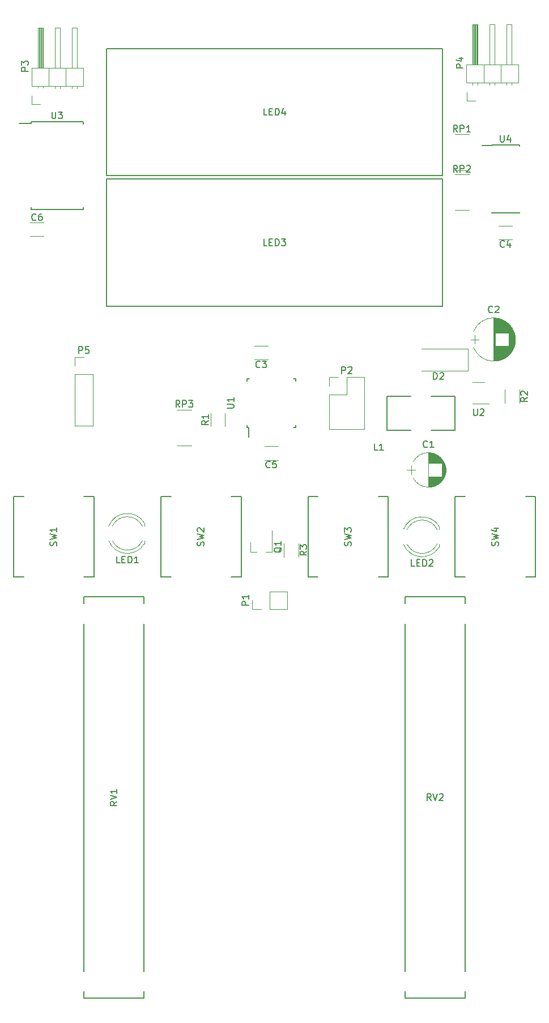
<source format=gto>
G04 #@! TF.FileFunction,Legend,Top*
%FSLAX46Y46*%
G04 Gerber Fmt 4.6, Leading zero omitted, Abs format (unit mm)*
G04 Created by KiCad (PCBNEW 4.0.4-stable) date Saturday, September 23, 2017 'PMt' 01:19:15 PM*
%MOMM*%
%LPD*%
G01*
G04 APERTURE LIST*
%ADD10C,0.100000*%
%ADD11C,0.150000*%
%ADD12C,0.120000*%
G04 APERTURE END LIST*
D10*
D11*
X60500000Y-112000000D02*
X59000000Y-112000000D01*
X60500000Y-124000000D02*
X59000000Y-124000000D01*
X48500000Y-124000000D02*
X50000000Y-124000000D01*
X48500000Y-112000000D02*
X50000000Y-112000000D01*
X60500000Y-124000000D02*
X60500000Y-112000000D01*
X48500000Y-124000000D02*
X48500000Y-112000000D01*
D12*
X112805722Y-106820277D02*
G75*
G03X108194420Y-106820000I-2305722J-1179723D01*
G01*
X112805722Y-109179723D02*
G75*
G02X108194420Y-109180000I-2305722J1179723D01*
G01*
X112805722Y-109179723D02*
G75*
G03X112805580Y-106820000I-2305722J1179723D01*
G01*
X110500000Y-105450000D02*
X110500000Y-110550000D01*
X110540000Y-105450000D02*
X110540000Y-107020000D01*
X110540000Y-108980000D02*
X110540000Y-110550000D01*
X110580000Y-105451000D02*
X110580000Y-107020000D01*
X110580000Y-108980000D02*
X110580000Y-110549000D01*
X110620000Y-105452000D02*
X110620000Y-107020000D01*
X110620000Y-108980000D02*
X110620000Y-110548000D01*
X110660000Y-105454000D02*
X110660000Y-107020000D01*
X110660000Y-108980000D02*
X110660000Y-110546000D01*
X110700000Y-105457000D02*
X110700000Y-107020000D01*
X110700000Y-108980000D02*
X110700000Y-110543000D01*
X110740000Y-105461000D02*
X110740000Y-107020000D01*
X110740000Y-108980000D02*
X110740000Y-110539000D01*
X110780000Y-105465000D02*
X110780000Y-107020000D01*
X110780000Y-108980000D02*
X110780000Y-110535000D01*
X110820000Y-105469000D02*
X110820000Y-107020000D01*
X110820000Y-108980000D02*
X110820000Y-110531000D01*
X110860000Y-105475000D02*
X110860000Y-107020000D01*
X110860000Y-108980000D02*
X110860000Y-110525000D01*
X110900000Y-105481000D02*
X110900000Y-107020000D01*
X110900000Y-108980000D02*
X110900000Y-110519000D01*
X110940000Y-105487000D02*
X110940000Y-107020000D01*
X110940000Y-108980000D02*
X110940000Y-110513000D01*
X110980000Y-105494000D02*
X110980000Y-107020000D01*
X110980000Y-108980000D02*
X110980000Y-110506000D01*
X111020000Y-105502000D02*
X111020000Y-107020000D01*
X111020000Y-108980000D02*
X111020000Y-110498000D01*
X111060000Y-105511000D02*
X111060000Y-107020000D01*
X111060000Y-108980000D02*
X111060000Y-110489000D01*
X111100000Y-105520000D02*
X111100000Y-107020000D01*
X111100000Y-108980000D02*
X111100000Y-110480000D01*
X111140000Y-105530000D02*
X111140000Y-107020000D01*
X111140000Y-108980000D02*
X111140000Y-110470000D01*
X111180000Y-105540000D02*
X111180000Y-107020000D01*
X111180000Y-108980000D02*
X111180000Y-110460000D01*
X111221000Y-105552000D02*
X111221000Y-107020000D01*
X111221000Y-108980000D02*
X111221000Y-110448000D01*
X111261000Y-105564000D02*
X111261000Y-107020000D01*
X111261000Y-108980000D02*
X111261000Y-110436000D01*
X111301000Y-105576000D02*
X111301000Y-107020000D01*
X111301000Y-108980000D02*
X111301000Y-110424000D01*
X111341000Y-105590000D02*
X111341000Y-107020000D01*
X111341000Y-108980000D02*
X111341000Y-110410000D01*
X111381000Y-105604000D02*
X111381000Y-107020000D01*
X111381000Y-108980000D02*
X111381000Y-110396000D01*
X111421000Y-105618000D02*
X111421000Y-107020000D01*
X111421000Y-108980000D02*
X111421000Y-110382000D01*
X111461000Y-105634000D02*
X111461000Y-107020000D01*
X111461000Y-108980000D02*
X111461000Y-110366000D01*
X111501000Y-105650000D02*
X111501000Y-107020000D01*
X111501000Y-108980000D02*
X111501000Y-110350000D01*
X111541000Y-105667000D02*
X111541000Y-107020000D01*
X111541000Y-108980000D02*
X111541000Y-110333000D01*
X111581000Y-105685000D02*
X111581000Y-107020000D01*
X111581000Y-108980000D02*
X111581000Y-110315000D01*
X111621000Y-105704000D02*
X111621000Y-107020000D01*
X111621000Y-108980000D02*
X111621000Y-110296000D01*
X111661000Y-105724000D02*
X111661000Y-107020000D01*
X111661000Y-108980000D02*
X111661000Y-110276000D01*
X111701000Y-105744000D02*
X111701000Y-107020000D01*
X111701000Y-108980000D02*
X111701000Y-110256000D01*
X111741000Y-105766000D02*
X111741000Y-107020000D01*
X111741000Y-108980000D02*
X111741000Y-110234000D01*
X111781000Y-105788000D02*
X111781000Y-107020000D01*
X111781000Y-108980000D02*
X111781000Y-110212000D01*
X111821000Y-105811000D02*
X111821000Y-107020000D01*
X111821000Y-108980000D02*
X111821000Y-110189000D01*
X111861000Y-105835000D02*
X111861000Y-107020000D01*
X111861000Y-108980000D02*
X111861000Y-110165000D01*
X111901000Y-105860000D02*
X111901000Y-107020000D01*
X111901000Y-108980000D02*
X111901000Y-110140000D01*
X111941000Y-105887000D02*
X111941000Y-107020000D01*
X111941000Y-108980000D02*
X111941000Y-110113000D01*
X111981000Y-105914000D02*
X111981000Y-107020000D01*
X111981000Y-108980000D02*
X111981000Y-110086000D01*
X112021000Y-105942000D02*
X112021000Y-107020000D01*
X112021000Y-108980000D02*
X112021000Y-110058000D01*
X112061000Y-105972000D02*
X112061000Y-107020000D01*
X112061000Y-108980000D02*
X112061000Y-110028000D01*
X112101000Y-106003000D02*
X112101000Y-107020000D01*
X112101000Y-108980000D02*
X112101000Y-109997000D01*
X112141000Y-106035000D02*
X112141000Y-107020000D01*
X112141000Y-108980000D02*
X112141000Y-109965000D01*
X112181000Y-106068000D02*
X112181000Y-107020000D01*
X112181000Y-108980000D02*
X112181000Y-109932000D01*
X112221000Y-106103000D02*
X112221000Y-107020000D01*
X112221000Y-108980000D02*
X112221000Y-109897000D01*
X112261000Y-106139000D02*
X112261000Y-107020000D01*
X112261000Y-108980000D02*
X112261000Y-109861000D01*
X112301000Y-106177000D02*
X112301000Y-107020000D01*
X112301000Y-108980000D02*
X112301000Y-109823000D01*
X112341000Y-106217000D02*
X112341000Y-107020000D01*
X112341000Y-108980000D02*
X112341000Y-109783000D01*
X112381000Y-106258000D02*
X112381000Y-107020000D01*
X112381000Y-108980000D02*
X112381000Y-109742000D01*
X112421000Y-106301000D02*
X112421000Y-107020000D01*
X112421000Y-108980000D02*
X112421000Y-109699000D01*
X112461000Y-106346000D02*
X112461000Y-107020000D01*
X112461000Y-108980000D02*
X112461000Y-109654000D01*
X112501000Y-106394000D02*
X112501000Y-109606000D01*
X112541000Y-106444000D02*
X112541000Y-109556000D01*
X112581000Y-106496000D02*
X112581000Y-109504000D01*
X112621000Y-106552000D02*
X112621000Y-109448000D01*
X112661000Y-106610000D02*
X112661000Y-109390000D01*
X112701000Y-106673000D02*
X112701000Y-109327000D01*
X112741000Y-106739000D02*
X112741000Y-109261000D01*
X112781000Y-106811000D02*
X112781000Y-109189000D01*
X112821000Y-106888000D02*
X112821000Y-109112000D01*
X112861000Y-106972000D02*
X112861000Y-109028000D01*
X112901000Y-107066000D02*
X112901000Y-108934000D01*
X112941000Y-107171000D02*
X112941000Y-108829000D01*
X112981000Y-107293000D02*
X112981000Y-108707000D01*
X113021000Y-107441000D02*
X113021000Y-108559000D01*
X113061000Y-107646000D02*
X113061000Y-108354000D01*
X107300000Y-108000000D02*
X108500000Y-108000000D01*
X107900000Y-107350000D02*
X107900000Y-108650000D01*
X123267820Y-87320864D02*
G75*
G03X117232518Y-87320000I-3017820J-1179136D01*
G01*
X123267820Y-89679136D02*
G75*
G02X117232518Y-89680000I-3017820J1179136D01*
G01*
X123267820Y-89679136D02*
G75*
G03X123267482Y-87320000I-3017820J1179136D01*
G01*
X120250000Y-85300000D02*
X120250000Y-91700000D01*
X120290000Y-85300000D02*
X120290000Y-91700000D01*
X120330000Y-85300000D02*
X120330000Y-91700000D01*
X120370000Y-85302000D02*
X120370000Y-91698000D01*
X120410000Y-85303000D02*
X120410000Y-91697000D01*
X120450000Y-85306000D02*
X120450000Y-91694000D01*
X120490000Y-85308000D02*
X120490000Y-91692000D01*
X120530000Y-85312000D02*
X120530000Y-87520000D01*
X120530000Y-89480000D02*
X120530000Y-91688000D01*
X120570000Y-85315000D02*
X120570000Y-87520000D01*
X120570000Y-89480000D02*
X120570000Y-91685000D01*
X120610000Y-85320000D02*
X120610000Y-87520000D01*
X120610000Y-89480000D02*
X120610000Y-91680000D01*
X120650000Y-85324000D02*
X120650000Y-87520000D01*
X120650000Y-89480000D02*
X120650000Y-91676000D01*
X120690000Y-85330000D02*
X120690000Y-87520000D01*
X120690000Y-89480000D02*
X120690000Y-91670000D01*
X120730000Y-85335000D02*
X120730000Y-87520000D01*
X120730000Y-89480000D02*
X120730000Y-91665000D01*
X120770000Y-85342000D02*
X120770000Y-87520000D01*
X120770000Y-89480000D02*
X120770000Y-91658000D01*
X120810000Y-85348000D02*
X120810000Y-87520000D01*
X120810000Y-89480000D02*
X120810000Y-91652000D01*
X120850000Y-85356000D02*
X120850000Y-87520000D01*
X120850000Y-89480000D02*
X120850000Y-91644000D01*
X120890000Y-85363000D02*
X120890000Y-87520000D01*
X120890000Y-89480000D02*
X120890000Y-91637000D01*
X120930000Y-85372000D02*
X120930000Y-87520000D01*
X120930000Y-89480000D02*
X120930000Y-91628000D01*
X120971000Y-85381000D02*
X120971000Y-87520000D01*
X120971000Y-89480000D02*
X120971000Y-91619000D01*
X121011000Y-85390000D02*
X121011000Y-87520000D01*
X121011000Y-89480000D02*
X121011000Y-91610000D01*
X121051000Y-85400000D02*
X121051000Y-87520000D01*
X121051000Y-89480000D02*
X121051000Y-91600000D01*
X121091000Y-85410000D02*
X121091000Y-87520000D01*
X121091000Y-89480000D02*
X121091000Y-91590000D01*
X121131000Y-85421000D02*
X121131000Y-87520000D01*
X121131000Y-89480000D02*
X121131000Y-91579000D01*
X121171000Y-85433000D02*
X121171000Y-87520000D01*
X121171000Y-89480000D02*
X121171000Y-91567000D01*
X121211000Y-85445000D02*
X121211000Y-87520000D01*
X121211000Y-89480000D02*
X121211000Y-91555000D01*
X121251000Y-85458000D02*
X121251000Y-87520000D01*
X121251000Y-89480000D02*
X121251000Y-91542000D01*
X121291000Y-85471000D02*
X121291000Y-87520000D01*
X121291000Y-89480000D02*
X121291000Y-91529000D01*
X121331000Y-85485000D02*
X121331000Y-87520000D01*
X121331000Y-89480000D02*
X121331000Y-91515000D01*
X121371000Y-85499000D02*
X121371000Y-87520000D01*
X121371000Y-89480000D02*
X121371000Y-91501000D01*
X121411000Y-85514000D02*
X121411000Y-87520000D01*
X121411000Y-89480000D02*
X121411000Y-91486000D01*
X121451000Y-85530000D02*
X121451000Y-87520000D01*
X121451000Y-89480000D02*
X121451000Y-91470000D01*
X121491000Y-85546000D02*
X121491000Y-87520000D01*
X121491000Y-89480000D02*
X121491000Y-91454000D01*
X121531000Y-85563000D02*
X121531000Y-87520000D01*
X121531000Y-89480000D02*
X121531000Y-91437000D01*
X121571000Y-85581000D02*
X121571000Y-87520000D01*
X121571000Y-89480000D02*
X121571000Y-91419000D01*
X121611000Y-85599000D02*
X121611000Y-87520000D01*
X121611000Y-89480000D02*
X121611000Y-91401000D01*
X121651000Y-85618000D02*
X121651000Y-87520000D01*
X121651000Y-89480000D02*
X121651000Y-91382000D01*
X121691000Y-85637000D02*
X121691000Y-87520000D01*
X121691000Y-89480000D02*
X121691000Y-91363000D01*
X121731000Y-85657000D02*
X121731000Y-87520000D01*
X121731000Y-89480000D02*
X121731000Y-91343000D01*
X121771000Y-85678000D02*
X121771000Y-87520000D01*
X121771000Y-89480000D02*
X121771000Y-91322000D01*
X121811000Y-85700000D02*
X121811000Y-87520000D01*
X121811000Y-89480000D02*
X121811000Y-91300000D01*
X121851000Y-85722000D02*
X121851000Y-87520000D01*
X121851000Y-89480000D02*
X121851000Y-91278000D01*
X121891000Y-85745000D02*
X121891000Y-87520000D01*
X121891000Y-89480000D02*
X121891000Y-91255000D01*
X121931000Y-85769000D02*
X121931000Y-87520000D01*
X121931000Y-89480000D02*
X121931000Y-91231000D01*
X121971000Y-85794000D02*
X121971000Y-87520000D01*
X121971000Y-89480000D02*
X121971000Y-91206000D01*
X122011000Y-85819000D02*
X122011000Y-87520000D01*
X122011000Y-89480000D02*
X122011000Y-91181000D01*
X122051000Y-85846000D02*
X122051000Y-87520000D01*
X122051000Y-89480000D02*
X122051000Y-91154000D01*
X122091000Y-85873000D02*
X122091000Y-87520000D01*
X122091000Y-89480000D02*
X122091000Y-91127000D01*
X122131000Y-85901000D02*
X122131000Y-87520000D01*
X122131000Y-89480000D02*
X122131000Y-91099000D01*
X122171000Y-85930000D02*
X122171000Y-87520000D01*
X122171000Y-89480000D02*
X122171000Y-91070000D01*
X122211000Y-85960000D02*
X122211000Y-87520000D01*
X122211000Y-89480000D02*
X122211000Y-91040000D01*
X122251000Y-85990000D02*
X122251000Y-87520000D01*
X122251000Y-89480000D02*
X122251000Y-91010000D01*
X122291000Y-86022000D02*
X122291000Y-87520000D01*
X122291000Y-89480000D02*
X122291000Y-90978000D01*
X122331000Y-86055000D02*
X122331000Y-87520000D01*
X122331000Y-89480000D02*
X122331000Y-90945000D01*
X122371000Y-86089000D02*
X122371000Y-87520000D01*
X122371000Y-89480000D02*
X122371000Y-90911000D01*
X122411000Y-86125000D02*
X122411000Y-87520000D01*
X122411000Y-89480000D02*
X122411000Y-90875000D01*
X122451000Y-86161000D02*
X122451000Y-87520000D01*
X122451000Y-89480000D02*
X122451000Y-90839000D01*
X122491000Y-86199000D02*
X122491000Y-90801000D01*
X122531000Y-86238000D02*
X122531000Y-90762000D01*
X122571000Y-86278000D02*
X122571000Y-90722000D01*
X122611000Y-86320000D02*
X122611000Y-90680000D01*
X122651000Y-86363000D02*
X122651000Y-90637000D01*
X122691000Y-86408000D02*
X122691000Y-90592000D01*
X122731000Y-86455000D02*
X122731000Y-90545000D01*
X122771000Y-86503000D02*
X122771000Y-90497000D01*
X122811000Y-86554000D02*
X122811000Y-90446000D01*
X122851000Y-86606000D02*
X122851000Y-90394000D01*
X122891000Y-86661000D02*
X122891000Y-90339000D01*
X122931000Y-86719000D02*
X122931000Y-90281000D01*
X122971000Y-86779000D02*
X122971000Y-90221000D01*
X123011000Y-86842000D02*
X123011000Y-90158000D01*
X123051000Y-86909000D02*
X123051000Y-90091000D01*
X123091000Y-86980000D02*
X123091000Y-90020000D01*
X123131000Y-87055000D02*
X123131000Y-89945000D01*
X123171000Y-87136000D02*
X123171000Y-89864000D01*
X123211000Y-87222000D02*
X123211000Y-89778000D01*
X123251000Y-87316000D02*
X123251000Y-89684000D01*
X123291000Y-87419000D02*
X123291000Y-89581000D01*
X123331000Y-87534000D02*
X123331000Y-89466000D01*
X123371000Y-87666000D02*
X123371000Y-89334000D01*
X123411000Y-87824000D02*
X123411000Y-89176000D01*
X123451000Y-88032000D02*
X123451000Y-88968000D01*
X116800000Y-88500000D02*
X118000000Y-88500000D01*
X117400000Y-87850000D02*
X117400000Y-89150000D01*
X84500000Y-91520000D02*
X86500000Y-91520000D01*
X86500000Y-89480000D02*
X84500000Y-89480000D01*
X121000000Y-73520000D02*
X123000000Y-73520000D01*
X123000000Y-71480000D02*
X121000000Y-71480000D01*
X86000000Y-106520000D02*
X88000000Y-106520000D01*
X88000000Y-104480000D02*
X86000000Y-104480000D01*
X116400000Y-93150000D02*
X116400000Y-89850000D01*
X116400000Y-89850000D02*
X109500000Y-89850000D01*
X116400000Y-93150000D02*
X109500000Y-93150000D01*
D11*
X114500000Y-97000000D02*
X110944000Y-97000000D01*
X114500000Y-102080000D02*
X110944000Y-102080000D01*
X106880000Y-97000000D02*
X107896000Y-97000000D01*
X106880000Y-102080000D02*
X107896000Y-102080000D01*
X104340000Y-97000000D02*
X106880000Y-97000000D01*
X104340000Y-102080000D02*
X106880000Y-102080000D01*
X104340000Y-97000000D02*
X104340000Y-102080000D01*
X114500000Y-102080000D02*
X114500000Y-97000000D01*
D12*
X62712185Y-118580827D02*
G75*
G03X68060000Y-119044830I2787815J1080827D01*
G01*
X62712185Y-116419173D02*
G75*
G02X68060000Y-115955170I2787815J-1080827D01*
G01*
X63245521Y-118580429D02*
G75*
G03X67754684Y-118580000I2254479J1080429D01*
G01*
X63245521Y-116419571D02*
G75*
G02X67754684Y-116420000I2254479J-1080429D01*
G01*
X68060000Y-119045000D02*
X68060000Y-118580000D01*
X68060000Y-116420000D02*
X68060000Y-115955000D01*
X106752185Y-119080827D02*
G75*
G03X112100000Y-119544830I2787815J1080827D01*
G01*
X106752185Y-116919173D02*
G75*
G02X112100000Y-116455170I2787815J-1080827D01*
G01*
X107285521Y-119080429D02*
G75*
G03X111794684Y-119080000I2254479J1080429D01*
G01*
X107285521Y-116919571D02*
G75*
G02X111794684Y-116920000I2254479J-1080429D01*
G01*
X112100000Y-119545000D02*
X112100000Y-119080000D01*
X112100000Y-116920000D02*
X112100000Y-116455000D01*
D11*
X112600000Y-64500000D02*
X112600000Y-83500000D01*
X62400000Y-64500000D02*
X62400000Y-83500000D01*
X62400000Y-64500000D02*
X112600000Y-64500000D01*
X62400000Y-83500000D02*
X112600000Y-83500000D01*
X112600000Y-45000000D02*
X112600000Y-64000000D01*
X62400000Y-45000000D02*
X62400000Y-64000000D01*
X62400000Y-45000000D02*
X112600000Y-45000000D01*
X62400000Y-64000000D02*
X112600000Y-64000000D01*
D12*
X89370000Y-128830000D02*
X89370000Y-126170000D01*
X86770000Y-128830000D02*
X89370000Y-128830000D01*
X86770000Y-126170000D02*
X89370000Y-126170000D01*
X86770000Y-128830000D02*
X86770000Y-126170000D01*
X85500000Y-128830000D02*
X84170000Y-128830000D01*
X84170000Y-128830000D02*
X84170000Y-127500000D01*
X95670000Y-101870000D02*
X100870000Y-101870000D01*
X95670000Y-96730000D02*
X95670000Y-101870000D01*
X100870000Y-94130000D02*
X100870000Y-101870000D01*
X95670000Y-96730000D02*
X98270000Y-96730000D01*
X98270000Y-96730000D02*
X98270000Y-94130000D01*
X98270000Y-94130000D02*
X100870000Y-94130000D01*
X95670000Y-95460000D02*
X95670000Y-94130000D01*
X95670000Y-94130000D02*
X97000000Y-94130000D01*
X51170000Y-50560000D02*
X58910000Y-50560000D01*
X58910000Y-50560000D02*
X58910000Y-47900000D01*
X58910000Y-47900000D02*
X51170000Y-47900000D01*
X51170000Y-47900000D02*
X51170000Y-50560000D01*
X52120000Y-47900000D02*
X52120000Y-41900000D01*
X52120000Y-41900000D02*
X52880000Y-41900000D01*
X52880000Y-41900000D02*
X52880000Y-47900000D01*
X52180000Y-47900000D02*
X52180000Y-41900000D01*
X52300000Y-47900000D02*
X52300000Y-41900000D01*
X52420000Y-47900000D02*
X52420000Y-41900000D01*
X52540000Y-47900000D02*
X52540000Y-41900000D01*
X52660000Y-47900000D02*
X52660000Y-41900000D01*
X52780000Y-47900000D02*
X52780000Y-41900000D01*
X52120000Y-50890000D02*
X52120000Y-50560000D01*
X52880000Y-50890000D02*
X52880000Y-50560000D01*
X53770000Y-50560000D02*
X53770000Y-47900000D01*
X54660000Y-47900000D02*
X54660000Y-41900000D01*
X54660000Y-41900000D02*
X55420000Y-41900000D01*
X55420000Y-41900000D02*
X55420000Y-47900000D01*
X54660000Y-50957071D02*
X54660000Y-50560000D01*
X55420000Y-50957071D02*
X55420000Y-50560000D01*
X56310000Y-50560000D02*
X56310000Y-47900000D01*
X57200000Y-47900000D02*
X57200000Y-41900000D01*
X57200000Y-41900000D02*
X57960000Y-41900000D01*
X57960000Y-41900000D02*
X57960000Y-47900000D01*
X57200000Y-50957071D02*
X57200000Y-50560000D01*
X57960000Y-50957071D02*
X57960000Y-50560000D01*
X52500000Y-53270000D02*
X51230000Y-53270000D01*
X51230000Y-53270000D02*
X51230000Y-52000000D01*
X116170000Y-50060000D02*
X123910000Y-50060000D01*
X123910000Y-50060000D02*
X123910000Y-47400000D01*
X123910000Y-47400000D02*
X116170000Y-47400000D01*
X116170000Y-47400000D02*
X116170000Y-50060000D01*
X117120000Y-47400000D02*
X117120000Y-41400000D01*
X117120000Y-41400000D02*
X117880000Y-41400000D01*
X117880000Y-41400000D02*
X117880000Y-47400000D01*
X117180000Y-47400000D02*
X117180000Y-41400000D01*
X117300000Y-47400000D02*
X117300000Y-41400000D01*
X117420000Y-47400000D02*
X117420000Y-41400000D01*
X117540000Y-47400000D02*
X117540000Y-41400000D01*
X117660000Y-47400000D02*
X117660000Y-41400000D01*
X117780000Y-47400000D02*
X117780000Y-41400000D01*
X117120000Y-50390000D02*
X117120000Y-50060000D01*
X117880000Y-50390000D02*
X117880000Y-50060000D01*
X118770000Y-50060000D02*
X118770000Y-47400000D01*
X119660000Y-47400000D02*
X119660000Y-41400000D01*
X119660000Y-41400000D02*
X120420000Y-41400000D01*
X120420000Y-41400000D02*
X120420000Y-47400000D01*
X119660000Y-50457071D02*
X119660000Y-50060000D01*
X120420000Y-50457071D02*
X120420000Y-50060000D01*
X121310000Y-50060000D02*
X121310000Y-47400000D01*
X122200000Y-47400000D02*
X122200000Y-41400000D01*
X122200000Y-41400000D02*
X122960000Y-41400000D01*
X122960000Y-41400000D02*
X122960000Y-47400000D01*
X122200000Y-50457071D02*
X122200000Y-50060000D01*
X122960000Y-50457071D02*
X122960000Y-50060000D01*
X117500000Y-52770000D02*
X116230000Y-52770000D01*
X116230000Y-52770000D02*
X116230000Y-51500000D01*
X57670000Y-101410000D02*
X60330000Y-101410000D01*
X57670000Y-93730000D02*
X57670000Y-101410000D01*
X60330000Y-93730000D02*
X60330000Y-101410000D01*
X57670000Y-93730000D02*
X60330000Y-93730000D01*
X57670000Y-92460000D02*
X57670000Y-91130000D01*
X57670000Y-91130000D02*
X59000000Y-91130000D01*
X83920000Y-120260000D02*
X84850000Y-120260000D01*
X87080000Y-120260000D02*
X86150000Y-120260000D01*
X87080000Y-120260000D02*
X87080000Y-117100000D01*
X83920000Y-120260000D02*
X83920000Y-118800000D01*
X80070000Y-99500000D02*
X80070000Y-101500000D01*
X77930000Y-101500000D02*
X77930000Y-99500000D01*
X121930000Y-98000000D02*
X121930000Y-96000000D01*
X124070000Y-96000000D02*
X124070000Y-98000000D01*
X88930000Y-121000000D02*
X88930000Y-119000000D01*
X91070000Y-119000000D02*
X91070000Y-121000000D01*
X116550000Y-63170000D02*
X114450000Y-63170000D01*
X116550000Y-57830000D02*
X114450000Y-57830000D01*
X116550000Y-69170000D02*
X114450000Y-69170000D01*
X116550000Y-63830000D02*
X114450000Y-63830000D01*
X75050000Y-104330000D02*
X72950000Y-104330000D01*
X75050000Y-98990000D02*
X72950000Y-98990000D01*
D11*
X59000000Y-186000000D02*
X59000000Y-187000000D01*
X59000000Y-131000000D02*
X59000000Y-183000000D01*
X59000000Y-127000000D02*
X59000000Y-128000000D01*
X68000000Y-127000000D02*
X59000000Y-127000000D01*
X68000000Y-128000000D02*
X68000000Y-127000000D01*
X68000000Y-187000000D02*
X68000000Y-186000000D01*
X68000000Y-183000000D02*
X68000000Y-131000000D01*
X68000000Y-187000000D02*
X59000000Y-187000000D01*
X107000000Y-186000000D02*
X107000000Y-187000000D01*
X107000000Y-131000000D02*
X107000000Y-183000000D01*
X107000000Y-127000000D02*
X107000000Y-128000000D01*
X116000000Y-127000000D02*
X107000000Y-127000000D01*
X116000000Y-128000000D02*
X116000000Y-127000000D01*
X116000000Y-187000000D02*
X116000000Y-186000000D01*
X116000000Y-183000000D02*
X116000000Y-131000000D01*
X116000000Y-187000000D02*
X107000000Y-187000000D01*
X83375000Y-101625000D02*
X83600000Y-101625000D01*
X83375000Y-94375000D02*
X83700000Y-94375000D01*
X90625000Y-94375000D02*
X90300000Y-94375000D01*
X90625000Y-101625000D02*
X90300000Y-101625000D01*
X83375000Y-101625000D02*
X83375000Y-101300000D01*
X90625000Y-101625000D02*
X90625000Y-101300000D01*
X90625000Y-94375000D02*
X90625000Y-94700000D01*
X83375000Y-94375000D02*
X83375000Y-94700000D01*
X83600000Y-101625000D02*
X83600000Y-103050000D01*
D12*
X118900000Y-94890000D02*
X117100000Y-94890000D01*
X117100000Y-98110000D02*
X119550000Y-98110000D01*
D11*
X51125000Y-55925000D02*
X51125000Y-56175000D01*
X58875000Y-55925000D02*
X58875000Y-56260000D01*
X58875000Y-69075000D02*
X58875000Y-68740000D01*
X51125000Y-69075000D02*
X51125000Y-68740000D01*
X51125000Y-55925000D02*
X58875000Y-55925000D01*
X51125000Y-69075000D02*
X58875000Y-69075000D01*
X51125000Y-56175000D02*
X49325000Y-56175000D01*
X119925000Y-59425000D02*
X119925000Y-59450000D01*
X124075000Y-59425000D02*
X124075000Y-59530000D01*
X124075000Y-69575000D02*
X124075000Y-69470000D01*
X119925000Y-69575000D02*
X119925000Y-69470000D01*
X119925000Y-59425000D02*
X124075000Y-59425000D01*
X119925000Y-69575000D02*
X124075000Y-69575000D01*
X119925000Y-59450000D02*
X118550000Y-59450000D01*
X82500000Y-112000000D02*
X81000000Y-112000000D01*
X82500000Y-124000000D02*
X81000000Y-124000000D01*
X70500000Y-124000000D02*
X72000000Y-124000000D01*
X70500000Y-112000000D02*
X72000000Y-112000000D01*
X82500000Y-124000000D02*
X82500000Y-112000000D01*
X70500000Y-124000000D02*
X70500000Y-112000000D01*
X104500000Y-112000000D02*
X103000000Y-112000000D01*
X104500000Y-124000000D02*
X103000000Y-124000000D01*
X92500000Y-124000000D02*
X94000000Y-124000000D01*
X92500000Y-112000000D02*
X94000000Y-112000000D01*
X104500000Y-124000000D02*
X104500000Y-112000000D01*
X92500000Y-124000000D02*
X92500000Y-112000000D01*
X126500000Y-112000000D02*
X125000000Y-112000000D01*
X126500000Y-124000000D02*
X125000000Y-124000000D01*
X114500000Y-124000000D02*
X116000000Y-124000000D01*
X114500000Y-112000000D02*
X116000000Y-112000000D01*
X126500000Y-124000000D02*
X126500000Y-112000000D01*
X114500000Y-124000000D02*
X114500000Y-112000000D01*
D12*
X53000000Y-70980000D02*
X51000000Y-70980000D01*
X51000000Y-73020000D02*
X53000000Y-73020000D01*
D11*
X54904762Y-119333333D02*
X54952381Y-119190476D01*
X54952381Y-118952380D01*
X54904762Y-118857142D01*
X54857143Y-118809523D01*
X54761905Y-118761904D01*
X54666667Y-118761904D01*
X54571429Y-118809523D01*
X54523810Y-118857142D01*
X54476190Y-118952380D01*
X54428571Y-119142857D01*
X54380952Y-119238095D01*
X54333333Y-119285714D01*
X54238095Y-119333333D01*
X54142857Y-119333333D01*
X54047619Y-119285714D01*
X54000000Y-119238095D01*
X53952381Y-119142857D01*
X53952381Y-118904761D01*
X54000000Y-118761904D01*
X53952381Y-118428571D02*
X54952381Y-118190476D01*
X54238095Y-117999999D01*
X54952381Y-117809523D01*
X53952381Y-117571428D01*
X54952381Y-116666666D02*
X54952381Y-117238095D01*
X54952381Y-116952381D02*
X53952381Y-116952381D01*
X54095238Y-117047619D01*
X54190476Y-117142857D01*
X54238095Y-117238095D01*
X110333334Y-104547143D02*
X110285715Y-104594762D01*
X110142858Y-104642381D01*
X110047620Y-104642381D01*
X109904762Y-104594762D01*
X109809524Y-104499524D01*
X109761905Y-104404286D01*
X109714286Y-104213810D01*
X109714286Y-104070952D01*
X109761905Y-103880476D01*
X109809524Y-103785238D01*
X109904762Y-103690000D01*
X110047620Y-103642381D01*
X110142858Y-103642381D01*
X110285715Y-103690000D01*
X110333334Y-103737619D01*
X111285715Y-104642381D02*
X110714286Y-104642381D01*
X111000000Y-104642381D02*
X111000000Y-103642381D01*
X110904762Y-103785238D01*
X110809524Y-103880476D01*
X110714286Y-103928095D01*
X120083334Y-84397143D02*
X120035715Y-84444762D01*
X119892858Y-84492381D01*
X119797620Y-84492381D01*
X119654762Y-84444762D01*
X119559524Y-84349524D01*
X119511905Y-84254286D01*
X119464286Y-84063810D01*
X119464286Y-83920952D01*
X119511905Y-83730476D01*
X119559524Y-83635238D01*
X119654762Y-83540000D01*
X119797620Y-83492381D01*
X119892858Y-83492381D01*
X120035715Y-83540000D01*
X120083334Y-83587619D01*
X120464286Y-83587619D02*
X120511905Y-83540000D01*
X120607143Y-83492381D01*
X120845239Y-83492381D01*
X120940477Y-83540000D01*
X120988096Y-83587619D01*
X121035715Y-83682857D01*
X121035715Y-83778095D01*
X120988096Y-83920952D01*
X120416667Y-84492381D01*
X121035715Y-84492381D01*
X85333334Y-92607143D02*
X85285715Y-92654762D01*
X85142858Y-92702381D01*
X85047620Y-92702381D01*
X84904762Y-92654762D01*
X84809524Y-92559524D01*
X84761905Y-92464286D01*
X84714286Y-92273810D01*
X84714286Y-92130952D01*
X84761905Y-91940476D01*
X84809524Y-91845238D01*
X84904762Y-91750000D01*
X85047620Y-91702381D01*
X85142858Y-91702381D01*
X85285715Y-91750000D01*
X85333334Y-91797619D01*
X85666667Y-91702381D02*
X86285715Y-91702381D01*
X85952381Y-92083333D01*
X86095239Y-92083333D01*
X86190477Y-92130952D01*
X86238096Y-92178571D01*
X86285715Y-92273810D01*
X86285715Y-92511905D01*
X86238096Y-92607143D01*
X86190477Y-92654762D01*
X86095239Y-92702381D01*
X85809524Y-92702381D01*
X85714286Y-92654762D01*
X85666667Y-92607143D01*
X121833334Y-74607143D02*
X121785715Y-74654762D01*
X121642858Y-74702381D01*
X121547620Y-74702381D01*
X121404762Y-74654762D01*
X121309524Y-74559524D01*
X121261905Y-74464286D01*
X121214286Y-74273810D01*
X121214286Y-74130952D01*
X121261905Y-73940476D01*
X121309524Y-73845238D01*
X121404762Y-73750000D01*
X121547620Y-73702381D01*
X121642858Y-73702381D01*
X121785715Y-73750000D01*
X121833334Y-73797619D01*
X122690477Y-74035714D02*
X122690477Y-74702381D01*
X122452381Y-73654762D02*
X122214286Y-74369048D01*
X122833334Y-74369048D01*
X86833334Y-107607143D02*
X86785715Y-107654762D01*
X86642858Y-107702381D01*
X86547620Y-107702381D01*
X86404762Y-107654762D01*
X86309524Y-107559524D01*
X86261905Y-107464286D01*
X86214286Y-107273810D01*
X86214286Y-107130952D01*
X86261905Y-106940476D01*
X86309524Y-106845238D01*
X86404762Y-106750000D01*
X86547620Y-106702381D01*
X86642858Y-106702381D01*
X86785715Y-106750000D01*
X86833334Y-106797619D01*
X87738096Y-106702381D02*
X87261905Y-106702381D01*
X87214286Y-107178571D01*
X87261905Y-107130952D01*
X87357143Y-107083333D01*
X87595239Y-107083333D01*
X87690477Y-107130952D01*
X87738096Y-107178571D01*
X87785715Y-107273810D01*
X87785715Y-107511905D01*
X87738096Y-107607143D01*
X87690477Y-107654762D01*
X87595239Y-107702381D01*
X87357143Y-107702381D01*
X87261905Y-107654762D01*
X87214286Y-107607143D01*
X111261905Y-94452381D02*
X111261905Y-93452381D01*
X111500000Y-93452381D01*
X111642858Y-93500000D01*
X111738096Y-93595238D01*
X111785715Y-93690476D01*
X111833334Y-93880952D01*
X111833334Y-94023810D01*
X111785715Y-94214286D01*
X111738096Y-94309524D01*
X111642858Y-94404762D01*
X111500000Y-94452381D01*
X111261905Y-94452381D01*
X112214286Y-93547619D02*
X112261905Y-93500000D01*
X112357143Y-93452381D01*
X112595239Y-93452381D01*
X112690477Y-93500000D01*
X112738096Y-93547619D01*
X112785715Y-93642857D01*
X112785715Y-93738095D01*
X112738096Y-93880952D01*
X112166667Y-94452381D01*
X112785715Y-94452381D01*
X102903334Y-105072381D02*
X102427143Y-105072381D01*
X102427143Y-104072381D01*
X103760477Y-105072381D02*
X103189048Y-105072381D01*
X103474762Y-105072381D02*
X103474762Y-104072381D01*
X103379524Y-104215238D01*
X103284286Y-104310476D01*
X103189048Y-104358095D01*
X64380953Y-121912381D02*
X63904762Y-121912381D01*
X63904762Y-120912381D01*
X64714286Y-121388571D02*
X65047620Y-121388571D01*
X65190477Y-121912381D02*
X64714286Y-121912381D01*
X64714286Y-120912381D01*
X65190477Y-120912381D01*
X65619048Y-121912381D02*
X65619048Y-120912381D01*
X65857143Y-120912381D01*
X66000001Y-120960000D01*
X66095239Y-121055238D01*
X66142858Y-121150476D01*
X66190477Y-121340952D01*
X66190477Y-121483810D01*
X66142858Y-121674286D01*
X66095239Y-121769524D01*
X66000001Y-121864762D01*
X65857143Y-121912381D01*
X65619048Y-121912381D01*
X67142858Y-121912381D02*
X66571429Y-121912381D01*
X66857143Y-121912381D02*
X66857143Y-120912381D01*
X66761905Y-121055238D01*
X66666667Y-121150476D01*
X66571429Y-121198095D01*
X108420953Y-122412381D02*
X107944762Y-122412381D01*
X107944762Y-121412381D01*
X108754286Y-121888571D02*
X109087620Y-121888571D01*
X109230477Y-122412381D02*
X108754286Y-122412381D01*
X108754286Y-121412381D01*
X109230477Y-121412381D01*
X109659048Y-122412381D02*
X109659048Y-121412381D01*
X109897143Y-121412381D01*
X110040001Y-121460000D01*
X110135239Y-121555238D01*
X110182858Y-121650476D01*
X110230477Y-121840952D01*
X110230477Y-121983810D01*
X110182858Y-122174286D01*
X110135239Y-122269524D01*
X110040001Y-122364762D01*
X109897143Y-122412381D01*
X109659048Y-122412381D01*
X110611429Y-121507619D02*
X110659048Y-121460000D01*
X110754286Y-121412381D01*
X110992382Y-121412381D01*
X111087620Y-121460000D01*
X111135239Y-121507619D01*
X111182858Y-121602857D01*
X111182858Y-121698095D01*
X111135239Y-121840952D01*
X110563810Y-122412381D01*
X111182858Y-122412381D01*
X86380953Y-74452381D02*
X85904762Y-74452381D01*
X85904762Y-73452381D01*
X86714286Y-73928571D02*
X87047620Y-73928571D01*
X87190477Y-74452381D02*
X86714286Y-74452381D01*
X86714286Y-73452381D01*
X87190477Y-73452381D01*
X87619048Y-74452381D02*
X87619048Y-73452381D01*
X87857143Y-73452381D01*
X88000001Y-73500000D01*
X88095239Y-73595238D01*
X88142858Y-73690476D01*
X88190477Y-73880952D01*
X88190477Y-74023810D01*
X88142858Y-74214286D01*
X88095239Y-74309524D01*
X88000001Y-74404762D01*
X87857143Y-74452381D01*
X87619048Y-74452381D01*
X88523810Y-73452381D02*
X89142858Y-73452381D01*
X88809524Y-73833333D01*
X88952382Y-73833333D01*
X89047620Y-73880952D01*
X89095239Y-73928571D01*
X89142858Y-74023810D01*
X89142858Y-74261905D01*
X89095239Y-74357143D01*
X89047620Y-74404762D01*
X88952382Y-74452381D01*
X88666667Y-74452381D01*
X88571429Y-74404762D01*
X88523810Y-74357143D01*
X86380953Y-54952381D02*
X85904762Y-54952381D01*
X85904762Y-53952381D01*
X86714286Y-54428571D02*
X87047620Y-54428571D01*
X87190477Y-54952381D02*
X86714286Y-54952381D01*
X86714286Y-53952381D01*
X87190477Y-53952381D01*
X87619048Y-54952381D02*
X87619048Y-53952381D01*
X87857143Y-53952381D01*
X88000001Y-54000000D01*
X88095239Y-54095238D01*
X88142858Y-54190476D01*
X88190477Y-54380952D01*
X88190477Y-54523810D01*
X88142858Y-54714286D01*
X88095239Y-54809524D01*
X88000001Y-54904762D01*
X87857143Y-54952381D01*
X87619048Y-54952381D01*
X89047620Y-54285714D02*
X89047620Y-54952381D01*
X88809524Y-53904762D02*
X88571429Y-54619048D01*
X89190477Y-54619048D01*
X83622381Y-128238095D02*
X82622381Y-128238095D01*
X82622381Y-127857142D01*
X82670000Y-127761904D01*
X82717619Y-127714285D01*
X82812857Y-127666666D01*
X82955714Y-127666666D01*
X83050952Y-127714285D01*
X83098571Y-127761904D01*
X83146190Y-127857142D01*
X83146190Y-128238095D01*
X83622381Y-126714285D02*
X83622381Y-127285714D01*
X83622381Y-127000000D02*
X82622381Y-127000000D01*
X82765238Y-127095238D01*
X82860476Y-127190476D01*
X82908095Y-127285714D01*
X97531905Y-93582381D02*
X97531905Y-92582381D01*
X97912858Y-92582381D01*
X98008096Y-92630000D01*
X98055715Y-92677619D01*
X98103334Y-92772857D01*
X98103334Y-92915714D01*
X98055715Y-93010952D01*
X98008096Y-93058571D01*
X97912858Y-93106190D01*
X97531905Y-93106190D01*
X98484286Y-92677619D02*
X98531905Y-92630000D01*
X98627143Y-92582381D01*
X98865239Y-92582381D01*
X98960477Y-92630000D01*
X99008096Y-92677619D01*
X99055715Y-92772857D01*
X99055715Y-92868095D01*
X99008096Y-93010952D01*
X98436667Y-93582381D01*
X99055715Y-93582381D01*
X50682381Y-48353095D02*
X49682381Y-48353095D01*
X49682381Y-47972142D01*
X49730000Y-47876904D01*
X49777619Y-47829285D01*
X49872857Y-47781666D01*
X50015714Y-47781666D01*
X50110952Y-47829285D01*
X50158571Y-47876904D01*
X50206190Y-47972142D01*
X50206190Y-48353095D01*
X49682381Y-47448333D02*
X49682381Y-46829285D01*
X50063333Y-47162619D01*
X50063333Y-47019761D01*
X50110952Y-46924523D01*
X50158571Y-46876904D01*
X50253810Y-46829285D01*
X50491905Y-46829285D01*
X50587143Y-46876904D01*
X50634762Y-46924523D01*
X50682381Y-47019761D01*
X50682381Y-47305476D01*
X50634762Y-47400714D01*
X50587143Y-47448333D01*
X115682381Y-47853095D02*
X114682381Y-47853095D01*
X114682381Y-47472142D01*
X114730000Y-47376904D01*
X114777619Y-47329285D01*
X114872857Y-47281666D01*
X115015714Y-47281666D01*
X115110952Y-47329285D01*
X115158571Y-47376904D01*
X115206190Y-47472142D01*
X115206190Y-47853095D01*
X115015714Y-46424523D02*
X115682381Y-46424523D01*
X114634762Y-46662619D02*
X115349048Y-46900714D01*
X115349048Y-46281666D01*
X58261905Y-90582381D02*
X58261905Y-89582381D01*
X58642858Y-89582381D01*
X58738096Y-89630000D01*
X58785715Y-89677619D01*
X58833334Y-89772857D01*
X58833334Y-89915714D01*
X58785715Y-90010952D01*
X58738096Y-90058571D01*
X58642858Y-90106190D01*
X58261905Y-90106190D01*
X59738096Y-89582381D02*
X59261905Y-89582381D01*
X59214286Y-90058571D01*
X59261905Y-90010952D01*
X59357143Y-89963333D01*
X59595239Y-89963333D01*
X59690477Y-90010952D01*
X59738096Y-90058571D01*
X59785715Y-90153810D01*
X59785715Y-90391905D01*
X59738096Y-90487143D01*
X59690477Y-90534762D01*
X59595239Y-90582381D01*
X59357143Y-90582381D01*
X59261905Y-90534762D01*
X59214286Y-90487143D01*
X88547619Y-119595238D02*
X88500000Y-119690476D01*
X88404762Y-119785714D01*
X88261905Y-119928571D01*
X88214286Y-120023810D01*
X88214286Y-120119048D01*
X88452381Y-120071429D02*
X88404762Y-120166667D01*
X88309524Y-120261905D01*
X88119048Y-120309524D01*
X87785714Y-120309524D01*
X87595238Y-120261905D01*
X87500000Y-120166667D01*
X87452381Y-120071429D01*
X87452381Y-119880952D01*
X87500000Y-119785714D01*
X87595238Y-119690476D01*
X87785714Y-119642857D01*
X88119048Y-119642857D01*
X88309524Y-119690476D01*
X88404762Y-119785714D01*
X88452381Y-119880952D01*
X88452381Y-120071429D01*
X88452381Y-118690476D02*
X88452381Y-119261905D01*
X88452381Y-118976191D02*
X87452381Y-118976191D01*
X87595238Y-119071429D01*
X87690476Y-119166667D01*
X87738095Y-119261905D01*
X77602381Y-100666666D02*
X77126190Y-101000000D01*
X77602381Y-101238095D02*
X76602381Y-101238095D01*
X76602381Y-100857142D01*
X76650000Y-100761904D01*
X76697619Y-100714285D01*
X76792857Y-100666666D01*
X76935714Y-100666666D01*
X77030952Y-100714285D01*
X77078571Y-100761904D01*
X77126190Y-100857142D01*
X77126190Y-101238095D01*
X77602381Y-99714285D02*
X77602381Y-100285714D01*
X77602381Y-100000000D02*
X76602381Y-100000000D01*
X76745238Y-100095238D01*
X76840476Y-100190476D01*
X76888095Y-100285714D01*
X125302381Y-97166666D02*
X124826190Y-97500000D01*
X125302381Y-97738095D02*
X124302381Y-97738095D01*
X124302381Y-97357142D01*
X124350000Y-97261904D01*
X124397619Y-97214285D01*
X124492857Y-97166666D01*
X124635714Y-97166666D01*
X124730952Y-97214285D01*
X124778571Y-97261904D01*
X124826190Y-97357142D01*
X124826190Y-97738095D01*
X124397619Y-96785714D02*
X124350000Y-96738095D01*
X124302381Y-96642857D01*
X124302381Y-96404761D01*
X124350000Y-96309523D01*
X124397619Y-96261904D01*
X124492857Y-96214285D01*
X124588095Y-96214285D01*
X124730952Y-96261904D01*
X125302381Y-96833333D01*
X125302381Y-96214285D01*
X92302381Y-120166666D02*
X91826190Y-120500000D01*
X92302381Y-120738095D02*
X91302381Y-120738095D01*
X91302381Y-120357142D01*
X91350000Y-120261904D01*
X91397619Y-120214285D01*
X91492857Y-120166666D01*
X91635714Y-120166666D01*
X91730952Y-120214285D01*
X91778571Y-120261904D01*
X91826190Y-120357142D01*
X91826190Y-120738095D01*
X91302381Y-119833333D02*
X91302381Y-119214285D01*
X91683333Y-119547619D01*
X91683333Y-119404761D01*
X91730952Y-119309523D01*
X91778571Y-119261904D01*
X91873810Y-119214285D01*
X92111905Y-119214285D01*
X92207143Y-119261904D01*
X92254762Y-119309523D01*
X92302381Y-119404761D01*
X92302381Y-119690476D01*
X92254762Y-119785714D01*
X92207143Y-119833333D01*
X114833334Y-57452381D02*
X114500000Y-56976190D01*
X114261905Y-57452381D02*
X114261905Y-56452381D01*
X114642858Y-56452381D01*
X114738096Y-56500000D01*
X114785715Y-56547619D01*
X114833334Y-56642857D01*
X114833334Y-56785714D01*
X114785715Y-56880952D01*
X114738096Y-56928571D01*
X114642858Y-56976190D01*
X114261905Y-56976190D01*
X115261905Y-57452381D02*
X115261905Y-56452381D01*
X115642858Y-56452381D01*
X115738096Y-56500000D01*
X115785715Y-56547619D01*
X115833334Y-56642857D01*
X115833334Y-56785714D01*
X115785715Y-56880952D01*
X115738096Y-56928571D01*
X115642858Y-56976190D01*
X115261905Y-56976190D01*
X116785715Y-57452381D02*
X116214286Y-57452381D01*
X116500000Y-57452381D02*
X116500000Y-56452381D01*
X116404762Y-56595238D01*
X116309524Y-56690476D01*
X116214286Y-56738095D01*
X114833334Y-63452381D02*
X114500000Y-62976190D01*
X114261905Y-63452381D02*
X114261905Y-62452381D01*
X114642858Y-62452381D01*
X114738096Y-62500000D01*
X114785715Y-62547619D01*
X114833334Y-62642857D01*
X114833334Y-62785714D01*
X114785715Y-62880952D01*
X114738096Y-62928571D01*
X114642858Y-62976190D01*
X114261905Y-62976190D01*
X115261905Y-63452381D02*
X115261905Y-62452381D01*
X115642858Y-62452381D01*
X115738096Y-62500000D01*
X115785715Y-62547619D01*
X115833334Y-62642857D01*
X115833334Y-62785714D01*
X115785715Y-62880952D01*
X115738096Y-62928571D01*
X115642858Y-62976190D01*
X115261905Y-62976190D01*
X116214286Y-62547619D02*
X116261905Y-62500000D01*
X116357143Y-62452381D01*
X116595239Y-62452381D01*
X116690477Y-62500000D01*
X116738096Y-62547619D01*
X116785715Y-62642857D01*
X116785715Y-62738095D01*
X116738096Y-62880952D01*
X116166667Y-63452381D01*
X116785715Y-63452381D01*
X73333334Y-98612381D02*
X73000000Y-98136190D01*
X72761905Y-98612381D02*
X72761905Y-97612381D01*
X73142858Y-97612381D01*
X73238096Y-97660000D01*
X73285715Y-97707619D01*
X73333334Y-97802857D01*
X73333334Y-97945714D01*
X73285715Y-98040952D01*
X73238096Y-98088571D01*
X73142858Y-98136190D01*
X72761905Y-98136190D01*
X73761905Y-98612381D02*
X73761905Y-97612381D01*
X74142858Y-97612381D01*
X74238096Y-97660000D01*
X74285715Y-97707619D01*
X74333334Y-97802857D01*
X74333334Y-97945714D01*
X74285715Y-98040952D01*
X74238096Y-98088571D01*
X74142858Y-98136190D01*
X73761905Y-98136190D01*
X74666667Y-97612381D02*
X75285715Y-97612381D01*
X74952381Y-97993333D01*
X75095239Y-97993333D01*
X75190477Y-98040952D01*
X75238096Y-98088571D01*
X75285715Y-98183810D01*
X75285715Y-98421905D01*
X75238096Y-98517143D01*
X75190477Y-98564762D01*
X75095239Y-98612381D01*
X74809524Y-98612381D01*
X74714286Y-98564762D01*
X74666667Y-98517143D01*
X63952381Y-157595238D02*
X63476190Y-157928572D01*
X63952381Y-158166667D02*
X62952381Y-158166667D01*
X62952381Y-157785714D01*
X63000000Y-157690476D01*
X63047619Y-157642857D01*
X63142857Y-157595238D01*
X63285714Y-157595238D01*
X63380952Y-157642857D01*
X63428571Y-157690476D01*
X63476190Y-157785714D01*
X63476190Y-158166667D01*
X62952381Y-157309524D02*
X63952381Y-156976191D01*
X62952381Y-156642857D01*
X63952381Y-155785714D02*
X63952381Y-156357143D01*
X63952381Y-156071429D02*
X62952381Y-156071429D01*
X63095238Y-156166667D01*
X63190476Y-156261905D01*
X63238095Y-156357143D01*
X110904762Y-157452381D02*
X110571428Y-156976190D01*
X110333333Y-157452381D02*
X110333333Y-156452381D01*
X110714286Y-156452381D01*
X110809524Y-156500000D01*
X110857143Y-156547619D01*
X110904762Y-156642857D01*
X110904762Y-156785714D01*
X110857143Y-156880952D01*
X110809524Y-156928571D01*
X110714286Y-156976190D01*
X110333333Y-156976190D01*
X111190476Y-156452381D02*
X111523809Y-157452381D01*
X111857143Y-156452381D01*
X112142857Y-156547619D02*
X112190476Y-156500000D01*
X112285714Y-156452381D01*
X112523810Y-156452381D01*
X112619048Y-156500000D01*
X112666667Y-156547619D01*
X112714286Y-156642857D01*
X112714286Y-156738095D01*
X112666667Y-156880952D01*
X112095238Y-157452381D01*
X112714286Y-157452381D01*
X80402381Y-98761905D02*
X81211905Y-98761905D01*
X81307143Y-98714286D01*
X81354762Y-98666667D01*
X81402381Y-98571429D01*
X81402381Y-98380952D01*
X81354762Y-98285714D01*
X81307143Y-98238095D01*
X81211905Y-98190476D01*
X80402381Y-98190476D01*
X81402381Y-97190476D02*
X81402381Y-97761905D01*
X81402381Y-97476191D02*
X80402381Y-97476191D01*
X80545238Y-97571429D01*
X80640476Y-97666667D01*
X80688095Y-97761905D01*
X117238095Y-98852381D02*
X117238095Y-99661905D01*
X117285714Y-99757143D01*
X117333333Y-99804762D01*
X117428571Y-99852381D01*
X117619048Y-99852381D01*
X117714286Y-99804762D01*
X117761905Y-99757143D01*
X117809524Y-99661905D01*
X117809524Y-98852381D01*
X118238095Y-98947619D02*
X118285714Y-98900000D01*
X118380952Y-98852381D01*
X118619048Y-98852381D01*
X118714286Y-98900000D01*
X118761905Y-98947619D01*
X118809524Y-99042857D01*
X118809524Y-99138095D01*
X118761905Y-99280952D01*
X118190476Y-99852381D01*
X118809524Y-99852381D01*
X54238095Y-54452381D02*
X54238095Y-55261905D01*
X54285714Y-55357143D01*
X54333333Y-55404762D01*
X54428571Y-55452381D01*
X54619048Y-55452381D01*
X54714286Y-55404762D01*
X54761905Y-55357143D01*
X54809524Y-55261905D01*
X54809524Y-54452381D01*
X55190476Y-54452381D02*
X55809524Y-54452381D01*
X55476190Y-54833333D01*
X55619048Y-54833333D01*
X55714286Y-54880952D01*
X55761905Y-54928571D01*
X55809524Y-55023810D01*
X55809524Y-55261905D01*
X55761905Y-55357143D01*
X55714286Y-55404762D01*
X55619048Y-55452381D01*
X55333333Y-55452381D01*
X55238095Y-55404762D01*
X55190476Y-55357143D01*
X121238095Y-57952381D02*
X121238095Y-58761905D01*
X121285714Y-58857143D01*
X121333333Y-58904762D01*
X121428571Y-58952381D01*
X121619048Y-58952381D01*
X121714286Y-58904762D01*
X121761905Y-58857143D01*
X121809524Y-58761905D01*
X121809524Y-57952381D01*
X122714286Y-58285714D02*
X122714286Y-58952381D01*
X122476190Y-57904762D02*
X122238095Y-58619048D01*
X122857143Y-58619048D01*
X76904762Y-119333333D02*
X76952381Y-119190476D01*
X76952381Y-118952380D01*
X76904762Y-118857142D01*
X76857143Y-118809523D01*
X76761905Y-118761904D01*
X76666667Y-118761904D01*
X76571429Y-118809523D01*
X76523810Y-118857142D01*
X76476190Y-118952380D01*
X76428571Y-119142857D01*
X76380952Y-119238095D01*
X76333333Y-119285714D01*
X76238095Y-119333333D01*
X76142857Y-119333333D01*
X76047619Y-119285714D01*
X76000000Y-119238095D01*
X75952381Y-119142857D01*
X75952381Y-118904761D01*
X76000000Y-118761904D01*
X75952381Y-118428571D02*
X76952381Y-118190476D01*
X76238095Y-117999999D01*
X76952381Y-117809523D01*
X75952381Y-117571428D01*
X76047619Y-117238095D02*
X76000000Y-117190476D01*
X75952381Y-117095238D01*
X75952381Y-116857142D01*
X76000000Y-116761904D01*
X76047619Y-116714285D01*
X76142857Y-116666666D01*
X76238095Y-116666666D01*
X76380952Y-116714285D01*
X76952381Y-117285714D01*
X76952381Y-116666666D01*
X98904762Y-119333333D02*
X98952381Y-119190476D01*
X98952381Y-118952380D01*
X98904762Y-118857142D01*
X98857143Y-118809523D01*
X98761905Y-118761904D01*
X98666667Y-118761904D01*
X98571429Y-118809523D01*
X98523810Y-118857142D01*
X98476190Y-118952380D01*
X98428571Y-119142857D01*
X98380952Y-119238095D01*
X98333333Y-119285714D01*
X98238095Y-119333333D01*
X98142857Y-119333333D01*
X98047619Y-119285714D01*
X98000000Y-119238095D01*
X97952381Y-119142857D01*
X97952381Y-118904761D01*
X98000000Y-118761904D01*
X97952381Y-118428571D02*
X98952381Y-118190476D01*
X98238095Y-117999999D01*
X98952381Y-117809523D01*
X97952381Y-117571428D01*
X97952381Y-117285714D02*
X97952381Y-116666666D01*
X98333333Y-117000000D01*
X98333333Y-116857142D01*
X98380952Y-116761904D01*
X98428571Y-116714285D01*
X98523810Y-116666666D01*
X98761905Y-116666666D01*
X98857143Y-116714285D01*
X98904762Y-116761904D01*
X98952381Y-116857142D01*
X98952381Y-117142857D01*
X98904762Y-117238095D01*
X98857143Y-117285714D01*
X120904762Y-119333333D02*
X120952381Y-119190476D01*
X120952381Y-118952380D01*
X120904762Y-118857142D01*
X120857143Y-118809523D01*
X120761905Y-118761904D01*
X120666667Y-118761904D01*
X120571429Y-118809523D01*
X120523810Y-118857142D01*
X120476190Y-118952380D01*
X120428571Y-119142857D01*
X120380952Y-119238095D01*
X120333333Y-119285714D01*
X120238095Y-119333333D01*
X120142857Y-119333333D01*
X120047619Y-119285714D01*
X120000000Y-119238095D01*
X119952381Y-119142857D01*
X119952381Y-118904761D01*
X120000000Y-118761904D01*
X119952381Y-118428571D02*
X120952381Y-118190476D01*
X120238095Y-117999999D01*
X120952381Y-117809523D01*
X119952381Y-117571428D01*
X120285714Y-116761904D02*
X120952381Y-116761904D01*
X119904762Y-117000000D02*
X120619048Y-117238095D01*
X120619048Y-116619047D01*
X51833334Y-70607143D02*
X51785715Y-70654762D01*
X51642858Y-70702381D01*
X51547620Y-70702381D01*
X51404762Y-70654762D01*
X51309524Y-70559524D01*
X51261905Y-70464286D01*
X51214286Y-70273810D01*
X51214286Y-70130952D01*
X51261905Y-69940476D01*
X51309524Y-69845238D01*
X51404762Y-69750000D01*
X51547620Y-69702381D01*
X51642858Y-69702381D01*
X51785715Y-69750000D01*
X51833334Y-69797619D01*
X52690477Y-69702381D02*
X52500000Y-69702381D01*
X52404762Y-69750000D01*
X52357143Y-69797619D01*
X52261905Y-69940476D01*
X52214286Y-70130952D01*
X52214286Y-70511905D01*
X52261905Y-70607143D01*
X52309524Y-70654762D01*
X52404762Y-70702381D01*
X52595239Y-70702381D01*
X52690477Y-70654762D01*
X52738096Y-70607143D01*
X52785715Y-70511905D01*
X52785715Y-70273810D01*
X52738096Y-70178571D01*
X52690477Y-70130952D01*
X52595239Y-70083333D01*
X52404762Y-70083333D01*
X52309524Y-70130952D01*
X52261905Y-70178571D01*
X52214286Y-70273810D01*
M02*

</source>
